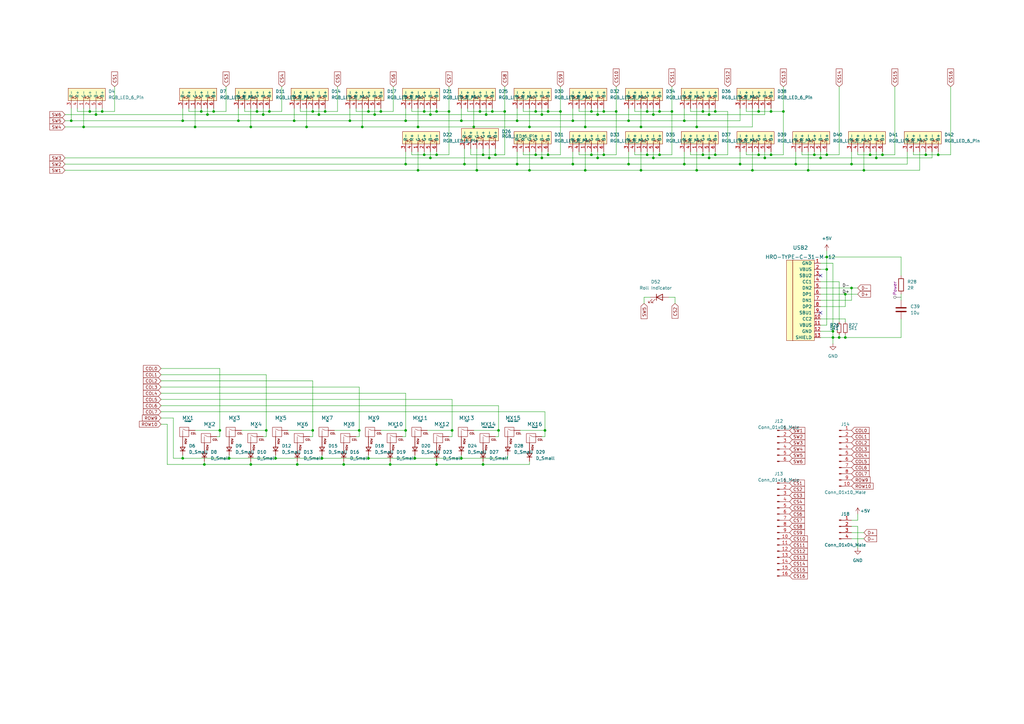
<source format=kicad_sch>
(kicad_sch (version 20230121) (generator eeschema)
  (paper "A3")
  (junction (at 87.63 45.72))
  (junction (at 349.25 67.31))
  (junction (at 121.92 190.5))
  (junction (at 194.31 52.07))
  (junction (at 171.45 52.07))
  (junction (at 171.45 69.85))
  (junction (at 280.67 67.31))
  (junction (at 80.01 52.07))
  (junction (at 288.29 45.72))
  (junction (at 359.41 64.77))
  (junction (at 219.71 45.72))
  (junction (at 93.98 187.96))
  (junction (at 198.12 63.5))
  (junction (at 275.59 45.72))
  (junction (at 143.51 49.53))
  (junction (at 257.81 67.31))
  (junction (at 29.21 49.53))
  (junction (at 105.41 45.72))
  (junction (at 229.87 45.72))
  (junction (at 74.93 49.53))
  (junction (at 109.22 176.53))
  (junction (at 41.91 45.72))
  (junction (at 262.89 69.85))
  (junction (at 313.69 64.77))
  (junction (at 339.09 110.49))
  (junction (at 354.33 69.85))
  (junction (at 285.75 52.07))
  (junction (at 176.53 46.99))
  (junction (at 82.55 45.72))
  (junction (at 39.37 46.99))
  (junction (at 222.25 46.99))
  (junction (at 336.55 64.77))
  (junction (at 240.03 69.85))
  (junction (at 125.73 52.07))
  (junction (at 245.11 46.99))
  (junction (at 189.23 187.96))
  (junction (at 203.2 63.5))
  (junction (at 102.87 190.5))
  (junction (at 83.82 190.5))
  (junction (at 90.17 176.53))
  (junction (at 242.57 63.5))
  (junction (at 110.49 45.72))
  (junction (at 166.37 67.31))
  (junction (at 120.65 49.53))
  (junction (at 128.27 45.72))
  (junction (at 224.79 63.5))
  (junction (at 219.71 63.5))
  (junction (at 176.53 64.77))
  (junction (at 212.09 67.31))
  (junction (at 341.63 138.43))
  (junction (at 196.85 45.72))
  (junction (at 247.65 45.72))
  (junction (at 107.95 46.99))
  (junction (at 201.93 45.72))
  (junction (at 217.17 69.85))
  (junction (at 361.95 63.5))
  (junction (at 293.37 63.5))
  (junction (at 316.23 45.72))
  (junction (at 160.02 190.5))
  (junction (at 179.07 45.72))
  (junction (at 288.29 63.5))
  (junction (at 270.51 63.5))
  (junction (at 102.87 52.07))
  (junction (at 240.03 52.07))
  (junction (at 185.42 176.53))
  (junction (at 153.67 46.99))
  (junction (at 252.73 45.72))
  (junction (at 303.53 67.31))
  (junction (at 311.15 45.72))
  (junction (at 217.17 52.07))
  (junction (at 199.39 46.99))
  (junction (at 267.97 64.77))
  (junction (at 356.87 63.5))
  (junction (at 331.47 69.85))
  (junction (at 311.15 63.5))
  (junction (at 189.23 49.53))
  (junction (at 184.15 45.72))
  (junction (at 156.21 45.72))
  (junction (at 339.09 63.5))
  (junction (at 234.95 49.53))
  (junction (at 140.97 190.5))
  (junction (at 151.13 45.72))
  (junction (at 341.63 135.89))
  (junction (at 267.97 46.99))
  (junction (at 270.51 45.72))
  (junction (at 321.31 45.72))
  (junction (at 200.66 64.77))
  (junction (at 293.37 45.72))
  (junction (at 257.81 49.53))
  (junction (at 316.23 63.5))
  (junction (at 198.12 190.5))
  (junction (at 346.71 138.43))
  (junction (at 247.65 63.5))
  (junction (at 148.59 52.07))
  (junction (at 85.09 46.99))
  (junction (at 222.25 64.77))
  (junction (at 173.99 45.72))
  (junction (at 132.08 187.96))
  (junction (at 113.03 187.96))
  (junction (at 147.32 176.53))
  (junction (at 195.58 69.85))
  (junction (at 97.79 49.53))
  (junction (at 384.81 63.5))
  (junction (at 173.99 63.5))
  (junction (at 166.37 49.53))
  (junction (at 245.11 64.77))
  (junction (at 170.18 187.96))
  (junction (at 285.75 69.85))
  (junction (at 280.67 49.53))
  (junction (at 74.93 187.96))
  (junction (at 290.83 46.99))
  (junction (at 128.27 176.53))
  (junction (at 326.39 67.31))
  (junction (at 223.52 176.53))
  (junction (at 234.95 67.31))
  (junction (at 179.07 190.5))
  (junction (at 190.5 67.31))
  (junction (at 262.89 52.07))
  (junction (at 130.81 46.99))
  (junction (at 265.43 45.72))
  (junction (at 133.35 45.72))
  (junction (at 265.43 63.5))
  (junction (at 242.57 45.72))
  (junction (at 379.73 63.5))
  (junction (at 339.09 105.41))
  (junction (at 349.25 118.11))
  (junction (at 151.13 187.96))
  (junction (at 346.71 120.65))
  (junction (at 34.29 52.07))
  (junction (at 207.01 45.72))
  (junction (at 204.47 176.53))
  (junction (at 36.83 45.72))
  (junction (at 212.09 49.53))
  (junction (at 334.01 63.5))
  (junction (at 179.07 63.5))
  (junction (at 224.79 45.72))
  (junction (at 166.37 176.53))
  (junction (at 308.61 69.85))
  (junction (at 344.17 138.43))
  (junction (at 290.83 64.77))
  (no_connect (at 336.55 113.03))
  (no_connect (at 336.55 128.27))
  (wire (pts (xy 207.01 35.56) (xy 207.01 45.72)))
  (wire (pts (xy 74.93 49.53) (xy 97.79 49.53)))
  (wire (pts (xy 336.55 107.95) (xy 341.63 107.95)))
  (wire (pts (xy 262.89 69.85) (xy 262.89 62.23)))
  (wire (pts (xy 311.15 45.72) (xy 306.07 45.72)))
  (wire (pts (xy 234.95 49.53) (xy 257.81 49.53)))
  (wire (pts (xy 274.32 121.92) (xy 276.86 121.92)))
  (wire (pts (xy 288.29 63.5) (xy 288.29 62.23)))
  (wire (pts (xy 201.93 45.72) (xy 196.85 45.72)))
  (wire (pts (xy 242.57 45.72) (xy 237.49 45.72)))
  (wire (pts (xy 346.71 138.43) (xy 344.17 138.43)))
  (wire (pts (xy 308.61 69.85) (xy 331.47 69.85)))
  (wire (pts (xy 71.12 187.96) (xy 71.12 171.45)))
  (wire (pts (xy 369.57 120.65) (xy 369.57 123.19)))
  (wire (pts (xy 140.97 189.23) (xy 140.97 190.5)))
  (wire (pts (xy 137.16 176.53) (xy 147.32 176.53)))
  (wire (pts (xy 234.95 67.31) (xy 257.81 67.31)))
  (wire (pts (xy 179.07 45.72) (xy 184.15 45.72)))
  (wire (pts (xy 346.71 125.73) (xy 346.71 120.65)))
  (wire (pts (xy 173.99 63.5) (xy 168.91 63.5)))
  (wire (pts (xy 109.22 176.53) (xy 109.22 153.67)))
  (wire (pts (xy 80.01 176.53) (xy 90.17 176.53)))
  (wire (pts (xy 267.97 46.99) (xy 267.97 44.45)))
  (wire (pts (xy 237.49 63.5) (xy 237.49 62.23)))
  (wire (pts (xy 260.35 45.72) (xy 260.35 44.45)))
  (wire (pts (xy 109.22 176.53) (xy 109.22 179.07)))
  (wire (pts (xy 267.97 64.77) (xy 267.97 62.23)))
  (wire (pts (xy 133.35 45.72) (xy 138.43 45.72)))
  (wire (pts (xy 283.21 45.72) (xy 283.21 44.45)))
  (wire (pts (xy 270.51 63.5) (xy 265.43 63.5)))
  (wire (pts (xy 224.79 45.72) (xy 229.87 45.72)))
  (wire (pts (xy 107.95 46.99) (xy 107.95 44.45)))
  (wire (pts (xy 339.09 63.5) (xy 344.17 63.5)))
  (wire (pts (xy 173.99 45.72) (xy 168.91 45.72)))
  (wire (pts (xy 252.73 45.72) (xy 252.73 63.5)))
  (wire (pts (xy 234.95 67.31) (xy 234.95 62.23)))
  (wire (pts (xy 240.03 69.85) (xy 262.89 69.85)))
  (wire (pts (xy 179.07 62.23) (xy 179.07 63.5)))
  (wire (pts (xy 354.33 69.85) (xy 377.19 69.85)))
  (wire (pts (xy 222.25 179.07) (xy 223.52 179.07)))
  (wire (pts (xy 224.79 45.72) (xy 219.71 45.72)))
  (wire (pts (xy 222.25 46.99) (xy 245.11 46.99)))
  (wire (pts (xy 97.79 49.53) (xy 120.65 49.53)))
  (wire (pts (xy 260.35 63.5) (xy 260.35 62.23)))
  (wire (pts (xy 191.77 45.72) (xy 191.77 44.45)))
  (wire (pts (xy 257.81 67.31) (xy 280.67 67.31)))
  (wire (pts (xy 166.37 176.53) (xy 166.37 161.29)))
  (wire (pts (xy 168.91 45.72) (xy 168.91 44.45)))
  (wire (pts (xy 156.21 45.72) (xy 161.29 45.72)))
  (wire (pts (xy 148.59 52.07) (xy 171.45 52.07)))
  (wire (pts (xy 179.07 44.45) (xy 179.07 45.72)))
  (wire (pts (xy 166.37 49.53) (xy 189.23 49.53)))
  (wire (pts (xy 46.99 35.56) (xy 46.99 45.72)))
  (wire (pts (xy 195.58 69.85) (xy 217.17 69.85)))
  (wire (pts (xy 189.23 49.53) (xy 189.23 44.45)))
  (wire (pts (xy 336.55 115.57) (xy 344.17 115.57)))
  (wire (pts (xy 359.41 64.77) (xy 382.27 64.77)))
  (wire (pts (xy 130.81 46.99) (xy 130.81 44.45)))
  (wire (pts (xy 247.65 45.72) (xy 242.57 45.72)))
  (wire (pts (xy 280.67 67.31) (xy 280.67 62.23)))
  (wire (pts (xy 270.51 45.72) (xy 265.43 45.72)))
  (wire (pts (xy 354.33 220.98) (xy 349.25 220.98)))
  (wire (pts (xy 179.07 190.5) (xy 198.12 190.5)))
  (wire (pts (xy 224.79 63.5) (xy 229.87 63.5)))
  (wire (pts (xy 208.28 186.69) (xy 208.28 187.96)))
  (wire (pts (xy 321.31 35.56) (xy 321.31 45.72)))
  (wire (pts (xy 107.95 179.07) (xy 109.22 179.07)))
  (wire (pts (xy 349.25 62.23) (xy 349.25 67.31)))
  (wire (pts (xy 151.13 187.96) (xy 170.18 187.96)))
  (wire (pts (xy 247.65 63.5) (xy 242.57 63.5)))
  (wire (pts (xy 336.55 138.43) (xy 341.63 138.43)))
  (wire (pts (xy 223.52 168.91) (xy 66.04 168.91)))
  (wire (pts (xy 339.09 105.41) (xy 339.09 110.49)))
  (wire (pts (xy 156.21 45.72) (xy 151.13 45.72)))
  (wire (pts (xy 105.41 45.72) (xy 100.33 45.72)))
  (wire (pts (xy 377.19 62.23) (xy 377.19 69.85)))
  (wire (pts (xy 262.89 52.07) (xy 285.75 52.07)))
  (wire (pts (xy 151.13 45.72) (xy 151.13 44.45)))
  (wire (pts (xy 285.75 69.85) (xy 308.61 69.85)))
  (wire (pts (xy 217.17 190.5) (xy 198.12 190.5)))
  (wire (pts (xy 336.55 130.81) (xy 346.71 130.81)))
  (wire (pts (xy 222.25 62.23) (xy 222.25 64.77)))
  (wire (pts (xy 138.43 35.56) (xy 138.43 45.72)))
  (wire (pts (xy 83.82 190.5) (xy 68.58 190.5)))
  (wire (pts (xy 34.29 44.45) (xy 34.29 52.07)))
  (wire (pts (xy 265.43 45.72) (xy 265.43 44.45)))
  (wire (pts (xy 334.01 62.23) (xy 334.01 63.5)))
  (wire (pts (xy 151.13 45.72) (xy 146.05 45.72)))
  (wire (pts (xy 336.55 123.19) (xy 349.25 123.19)))
  (wire (pts (xy 308.61 44.45) (xy 308.61 52.07)))
  (wire (pts (xy 361.95 63.5) (xy 367.03 63.5)))
  (wire (pts (xy 130.81 46.99) (xy 153.67 46.99)))
  (wire (pts (xy 201.93 44.45) (xy 201.93 45.72)))
  (wire (pts (xy 184.15 35.56) (xy 184.15 45.72)))
  (wire (pts (xy 102.87 52.07) (xy 102.87 44.45)))
  (wire (pts (xy 88.9 179.07) (xy 90.17 179.07)))
  (wire (pts (xy 361.95 62.23) (xy 361.95 63.5)))
  (wire (pts (xy 132.08 186.69) (xy 132.08 187.96)))
  (wire (pts (xy 176.53 64.77) (xy 176.53 62.23)))
  (wire (pts (xy 234.95 49.53) (xy 234.95 44.45)))
  (wire (pts (xy 344.17 35.56) (xy 344.17 63.5)))
  (wire (pts (xy 359.41 62.23) (xy 359.41 64.77)))
  (wire (pts (xy 339.09 133.35) (xy 336.55 133.35)))
  (wire (pts (xy 74.93 49.53) (xy 74.93 44.45)))
  (wire (pts (xy 148.59 52.07) (xy 148.59 44.45)))
  (wire (pts (xy 115.57 35.56) (xy 115.57 45.72)))
  (wire (pts (xy 326.39 62.23) (xy 326.39 67.31)))
  (wire (pts (xy 346.71 130.81) (xy 346.71 132.08)))
  (wire (pts (xy 140.97 190.5) (xy 121.92 190.5)))
  (wire (pts (xy 316.23 63.5) (xy 321.31 63.5)))
  (wire (pts (xy 311.15 62.23) (xy 311.15 63.5)))
  (wire (pts (xy 204.47 176.53) (xy 204.47 179.07)))
  (wire (pts (xy 212.09 62.23) (xy 212.09 67.31)))
  (wire (pts (xy 265.43 63.5) (xy 265.43 62.23)))
  (wire (pts (xy 80.01 52.07) (xy 102.87 52.07)))
  (wire (pts (xy 199.39 46.99) (xy 222.25 46.99)))
  (wire (pts (xy 316.23 45.72) (xy 311.15 45.72)))
  (wire (pts (xy 83.82 189.23) (xy 83.82 190.5)))
  (wire (pts (xy 339.09 63.5) (xy 334.01 63.5)))
  (wire (pts (xy 166.37 161.29) (xy 66.04 161.29)))
  (wire (pts (xy 151.13 186.69) (xy 151.13 187.96)))
  (wire (pts (xy 201.93 45.72) (xy 207.01 45.72)))
  (wire (pts (xy 275.59 45.72) (xy 275.59 63.5)))
  (wire (pts (xy 204.47 166.37) (xy 66.04 166.37)))
  (wire (pts (xy 369.57 138.43) (xy 346.71 138.43)))
  (wire (pts (xy 349.25 67.31) (xy 372.11 67.31)))
  (wire (pts (xy 240.03 69.85) (xy 240.03 62.23)))
  (wire (pts (xy 265.43 45.72) (xy 260.35 45.72)))
  (wire (pts (xy 200.66 64.77) (xy 222.25 64.77)))
  (wire (pts (xy 367.03 35.56) (xy 367.03 63.5)))
  (wire (pts (xy 198.12 60.96) (xy 198.12 63.5)))
  (wire (pts (xy 219.71 63.5) (xy 224.79 63.5)))
  (wire (pts (xy 41.91 45.72) (xy 36.83 45.72)))
  (wire (pts (xy 153.67 46.99) (xy 176.53 46.99)))
  (wire (pts (xy 270.51 44.45) (xy 270.51 45.72)))
  (wire (pts (xy 245.11 64.77) (xy 245.11 62.23)))
  (wire (pts (xy 184.15 45.72) (xy 184.15 63.5)))
  (wire (pts (xy 110.49 45.72) (xy 105.41 45.72)))
  (wire (pts (xy 389.89 35.56) (xy 389.89 63.5)))
  (wire (pts (xy 293.37 63.5) (xy 288.29 63.5)))
  (wire (pts (xy 222.25 46.99) (xy 222.25 44.45)))
  (wire (pts (xy 196.85 45.72) (xy 196.85 44.45)))
  (wire (pts (xy 176.53 46.99) (xy 176.53 44.45)))
  (wire (pts (xy 379.73 62.23) (xy 379.73 63.5)))
  (wire (pts (xy 171.45 69.85) (xy 171.45 62.23)))
  (wire (pts (xy 308.61 62.23) (xy 308.61 69.85)))
  (wire (pts (xy 336.55 125.73) (xy 346.71 125.73)))
  (wire (pts (xy 247.65 44.45) (xy 247.65 45.72)))
  (wire (pts (xy 339.09 110.49) (xy 339.09 133.35)))
  (wire (pts (xy 339.09 62.23) (xy 339.09 63.5)))
  (wire (pts (xy 102.87 189.23) (xy 102.87 190.5)))
  (wire (pts (xy 384.81 63.5) (xy 379.73 63.5)))
  (wire (pts (xy 179.07 45.72) (xy 173.99 45.72)))
  (wire (pts (xy 285.75 69.85) (xy 285.75 62.23)))
  (wire (pts (xy 229.87 35.56) (xy 229.87 45.72)))
  (wire (pts (xy 90.17 176.53) (xy 90.17 179.07)))
  (wire (pts (xy 285.75 52.07) (xy 308.61 52.07)))
  (wire (pts (xy 120.65 49.53) (xy 120.65 44.45)))
  (wire (pts (xy 195.58 60.96) (xy 195.58 69.85)))
  (wire (pts (xy 194.31 176.53) (xy 204.47 176.53)))
  (wire (pts (xy 199.39 46.99) (xy 199.39 44.45)))
  (wire (pts (xy 68.58 173.99) (xy 66.04 173.99)))
  (wire (pts (xy 374.65 62.23) (xy 374.65 63.5)))
  (wire (pts (xy 143.51 49.53) (xy 166.37 49.53)))
  (wire (pts (xy 356.87 62.23) (xy 356.87 63.5)))
  (wire (pts (xy 276.86 121.92) (xy 276.86 124.46)))
  (wire (pts (xy 190.5 67.31) (xy 212.09 67.31)))
  (wire (pts (xy 242.57 63.5) (xy 242.57 62.23)))
  (wire (pts (xy 185.42 176.53) (xy 185.42 179.07)))
  (wire (pts (xy 128.27 176.53) (xy 128.27 156.21)))
  (wire (pts (xy 41.91 44.45) (xy 41.91 45.72)))
  (wire (pts (xy 105.41 45.72) (xy 105.41 44.45)))
  (wire (pts (xy 369.57 130.81) (xy 369.57 138.43)))
  (wire (pts (xy 354.33 218.44) (xy 349.25 218.44)))
  (wire (pts (xy 39.37 46.99) (xy 85.09 46.99)))
  (wire (pts (xy 222.25 64.77) (xy 245.11 64.77)))
  (wire (pts (xy 102.87 190.5) (xy 83.82 190.5)))
  (wire (pts (xy 275.59 35.56) (xy 275.59 45.72)))
  (wire (pts (xy 336.55 135.89) (xy 341.63 135.89)))
  (wire (pts (xy 334.01 63.5) (xy 328.93 63.5)))
  (wire (pts (xy 74.93 186.69) (xy 74.93 187.96)))
  (wire (pts (xy 384.81 62.23) (xy 384.81 63.5)))
  (wire (pts (xy 257.81 49.53) (xy 280.67 49.53)))
  (wire (pts (xy 120.65 49.53) (xy 143.51 49.53)))
  (wire (pts (xy 346.71 137.16) (xy 346.71 138.43)))
  (wire (pts (xy 146.05 45.72) (xy 146.05 44.45)))
  (wire (pts (xy 143.51 49.53) (xy 143.51 44.45)))
  (wire (pts (xy 331.47 69.85) (xy 354.33 69.85)))
  (wire (pts (xy 313.69 64.77) (xy 336.55 64.77)))
  (wire (pts (xy 41.91 45.72) (xy 46.99 45.72)))
  (wire (pts (xy 146.05 179.07) (xy 147.32 179.07)))
  (wire (pts (xy 125.73 52.07) (xy 148.59 52.07)))
  (wire (pts (xy 270.51 62.23) (xy 270.51 63.5)))
  (wire (pts (xy 321.31 45.72) (xy 321.31 63.5)))
  (wire (pts (xy 219.71 62.23) (xy 219.71 63.5)))
  (wire (pts (xy 262.89 52.07) (xy 262.89 44.45)))
  (wire (pts (xy 99.06 176.53) (xy 109.22 176.53)))
  (wire (pts (xy 80.01 52.07) (xy 80.01 44.45)))
  (wire (pts (xy 303.53 67.31) (xy 326.39 67.31)))
  (wire (pts (xy 102.87 190.5) (xy 121.92 190.5)))
  (wire (pts (xy 349.25 123.19) (xy 349.25 118.11)))
  (wire (pts (xy 293.37 63.5) (xy 298.45 63.5)))
  (wire (pts (xy 121.92 189.23) (xy 121.92 190.5)))
  (wire (pts (xy 189.23 187.96) (xy 208.28 187.96)))
  (wire (pts (xy 219.71 45.72) (xy 219.71 44.45)))
  (wire (pts (xy 190.5 60.96) (xy 190.5 67.31)))
  (wire (pts (xy 185.42 163.83) (xy 66.04 163.83)))
  (wire (pts (xy 382.27 62.23) (xy 382.27 64.77)))
  (wire (pts (xy 189.23 186.69) (xy 189.23 187.96)))
  (wire (pts (xy 275.59 45.72) (xy 270.51 45.72)))
  (wire (pts (xy 336.55 120.65) (xy 346.71 120.65)))
  (wire (pts (xy 198.12 189.23) (xy 198.12 190.5)))
  (wire (pts (xy 170.18 187.96) (xy 189.23 187.96)))
  (wire (pts (xy 384.81 63.5) (xy 389.89 63.5)))
  (wire (pts (xy 29.21 49.53) (xy 74.93 49.53)))
  (wire (pts (xy 293.37 44.45) (xy 293.37 45.72)))
  (wire (pts (xy 275.59 63.5) (xy 270.51 63.5)))
  (wire (pts (xy 36.83 45.72) (xy 36.83 44.45)))
  (wire (pts (xy 194.31 52.07) (xy 194.31 44.45)))
  (wire (pts (xy 147.32 158.75) (xy 66.04 158.75)))
  (wire (pts (xy 217.17 189.23) (xy 217.17 190.5)))
  (wire (pts (xy 293.37 45.72) (xy 288.29 45.72)))
  (wire (pts (xy 26.67 64.77) (xy 176.53 64.77)))
  (wire (pts (xy 165.1 179.07) (xy 166.37 179.07)))
  (wire (pts (xy 245.11 64.77) (xy 267.97 64.77)))
  (wire (pts (xy 107.95 46.99) (xy 130.81 46.99)))
  (wire (pts (xy 77.47 45.72) (xy 77.47 44.45)))
  (wire (pts (xy 349.25 215.9) (xy 351.79 215.9)))
  (wire (pts (xy 214.63 63.5) (xy 219.71 63.5)))
  (wire (pts (xy 303.53 62.23) (xy 303.53 67.31)))
  (wire (pts (xy 223.52 168.91) (xy 223.52 176.53)))
  (wire (pts (xy 29.21 44.45) (xy 29.21 49.53)))
  (wire (pts (xy 341.63 138.43) (xy 341.63 140.97)))
  (wire (pts (xy 184.15 179.07) (xy 185.42 179.07)))
  (wire (pts (xy 306.07 62.23) (xy 306.07 63.5)))
  (wire (pts (xy 39.37 44.45) (xy 39.37 46.99)))
  (wire (pts (xy 128.27 156.21) (xy 66.04 156.21)))
  (wire (pts (xy 339.09 102.87) (xy 339.09 105.41)))
  (wire (pts (xy 223.52 176.53) (xy 223.52 179.07)))
  (wire (pts (xy 351.79 215.9) (xy 351.79 224.79)))
  (wire (pts (xy 242.57 45.72) (xy 242.57 44.45)))
  (wire (pts (xy 237.49 45.72) (xy 237.49 44.45)))
  (wire (pts (xy 173.99 63.5) (xy 173.99 62.23)))
  (wire (pts (xy 290.83 46.99) (xy 313.69 46.99)))
  (wire (pts (xy 175.26 176.53) (xy 185.42 176.53)))
  (wire (pts (xy 341.63 138.43) (xy 341.63 135.89)))
  (wire (pts (xy 280.67 67.31) (xy 303.53 67.31)))
  (wire (pts (xy 288.29 45.72) (xy 288.29 44.45)))
  (wire (pts (xy 156.21 176.53) (xy 166.37 176.53)))
  (wire (pts (xy 240.03 52.07) (xy 262.89 52.07)))
  (wire (pts (xy 213.36 176.53) (xy 223.52 176.53)))
  (wire (pts (xy 156.21 44.45) (xy 156.21 45.72)))
  (wire (pts (xy 354.33 62.23) (xy 354.33 69.85)))
  (wire (pts (xy 247.65 45.72) (xy 252.73 45.72)))
  (wire (pts (xy 351.79 213.36) (xy 351.79 210.82)))
  (wire (pts (xy 303.53 44.45) (xy 303.53 49.53)))
  (wire (pts (xy 110.49 44.45) (xy 110.49 45.72)))
  (wire (pts (xy 185.42 176.53) (xy 185.42 163.83)))
  (wire (pts (xy 133.35 45.72) (xy 128.27 45.72)))
  (wire (pts (xy 262.89 69.85) (xy 285.75 69.85)))
  (wire (pts (xy 82.55 45.72) (xy 77.47 45.72)))
  (wire (pts (xy 189.23 49.53) (xy 212.09 49.53)))
  (wire (pts (xy 217.17 69.85) (xy 240.03 69.85)))
  (wire (pts (xy 293.37 62.23) (xy 293.37 63.5)))
  (wire (pts (xy 203.2 60.96) (xy 203.2 63.5)))
  (wire (pts (xy 128.27 45.72) (xy 123.19 45.72)))
  (wire (pts (xy 257.81 49.53) (xy 257.81 44.45)))
  (wire (pts (xy 170.18 186.69) (xy 170.18 187.96)))
  (wire (pts (xy 85.09 46.99) (xy 85.09 44.45)))
  (wire (pts (xy 214.63 45.72) (xy 214.63 44.45)))
  (wire (pts (xy 34.29 52.07) (xy 26.67 52.07)))
  (wire (pts (xy 245.11 46.99) (xy 245.11 44.45)))
  (wire (pts (xy 90.17 176.53) (xy 90.17 151.13)))
  (wire (pts (xy 36.83 45.72) (xy 31.75 45.72)))
  (wire (pts (xy 212.09 67.31) (xy 234.95 67.31)))
  (wire (pts (xy 176.53 46.99) (xy 199.39 46.99)))
  (wire (pts (xy 194.31 52.07) (xy 217.17 52.07)))
  (wire (pts (xy 224.79 44.45) (xy 224.79 45.72)))
  (wire (pts (xy 132.08 187.96) (xy 151.13 187.96)))
  (wire (pts (xy 351.79 62.23) (xy 351.79 63.5)))
  (wire (pts (xy 288.29 63.5) (xy 283.21 63.5)))
  (wire (pts (xy 140.97 190.5) (xy 160.02 190.5)))
  (wire (pts (xy 93.98 187.96) (xy 113.03 187.96)))
  (wire (pts (xy 344.17 115.57) (xy 344.17 132.08)))
  (wire (pts (xy 203.2 179.07) (xy 204.47 179.07)))
  (wire (pts (xy 102.87 52.07) (xy 125.73 52.07)))
  (wire (pts (xy 349.25 118.11) (xy 351.79 118.11)))
  (wire (pts (xy 214.63 62.23) (xy 214.63 63.5)))
  (wire (pts (xy 200.66 60.96) (xy 200.66 64.77)))
  (wire (pts (xy 179.07 189.23) (xy 179.07 190.5)))
  (wire (pts (xy 285.75 52.07) (xy 285.75 44.45)))
  (wire (pts (xy 212.09 49.53) (xy 234.95 49.53)))
  (wire (pts (xy 316.23 62.23) (xy 316.23 63.5)))
  (wire (pts (xy 93.98 186.69) (xy 93.98 187.96)))
  (wire (pts (xy 240.03 52.07) (xy 240.03 44.45)))
  (wire (pts (xy 361.95 63.5) (xy 356.87 63.5)))
  (wire (pts (xy 179.07 190.5) (xy 160.02 190.5)))
  (wire (pts (xy 90.17 151.13) (xy 66.04 151.13)))
  (wire (pts (xy 316.23 44.45) (xy 316.23 45.72)))
  (wire (pts (xy 166.37 67.31) (xy 166.37 62.23)))
  (wire (pts (xy 341.63 107.95) (xy 341.63 135.89)))
  (wire (pts (xy 349.25 213.36) (xy 351.79 213.36)))
  (wire (pts (xy 68.58 190.5) (xy 68.58 173.99)))
  (wire (pts (xy 87.63 45.72) (xy 92.71 45.72)))
  (wire (pts (xy 173.99 45.72) (xy 173.99 44.45)))
  (wire (pts (xy 311.15 63.5) (xy 306.07 63.5)))
  (wire (pts (xy 280.67 49.53) (xy 303.53 49.53)))
  (wire (pts (xy 290.83 46.99) (xy 290.83 44.45)))
  (wire (pts (xy 100.33 45.72) (xy 100.33 44.45)))
  (wire (pts (xy 123.19 45.72) (xy 123.19 44.45)))
  (wire (pts (xy 245.11 46.99) (xy 267.97 46.99)))
  (wire (pts (xy 336.55 64.77) (xy 359.41 64.77)))
  (wire (pts (xy 193.04 63.5) (xy 193.04 60.96)))
  (wire (pts (xy 313.69 62.23) (xy 313.69 64.77)))
  (wire (pts (xy 217.17 52.07) (xy 240.03 52.07)))
  (wire (pts (xy 198.12 63.5) (xy 193.04 63.5)))
  (wire (pts (xy 85.09 46.99) (xy 107.95 46.99)))
  (wire (pts (xy 264.16 121.92) (xy 264.16 124.46)))
  (wire (pts (xy 71.12 171.45) (xy 66.04 171.45)))
  (wire (pts (xy 153.67 46.99) (xy 153.67 44.45)))
  (wire (pts (xy 166.37 67.31) (xy 190.5 67.31)))
  (wire (pts (xy 328.93 62.23) (xy 328.93 63.5)))
  (wire (pts (xy 293.37 45.72) (xy 298.45 45.72)))
  (wire (pts (xy 336.55 118.11) (xy 349.25 118.11)))
  (wire (pts (xy 171.45 69.85) (xy 195.58 69.85)))
  (wire (pts (xy 207.01 63.5) (xy 203.2 63.5)))
  (wire (pts (xy 196.85 45.72) (xy 191.77 45.72)))
  (wire (pts (xy 113.03 186.69) (xy 113.03 187.96)))
  (wire (pts (xy 316.23 45.72) (xy 321.31 45.72)))
  (wire (pts (xy 219.71 45.72) (xy 214.63 45.72)))
  (wire (pts (xy 306.07 44.45) (xy 306.07 45.72)))
  (wire (pts (xy 346.71 120.65) (xy 351.79 120.65)))
  (wire (pts (xy 242.57 63.5) (xy 237.49 63.5)))
  (wire (pts (xy 39.37 46.99) (xy 26.67 46.99)))
  (wire (pts (xy 290.83 64.77) (xy 313.69 64.77)))
  (wire (pts (xy 133.35 44.45) (xy 133.35 45.72)))
  (wire (pts (xy 280.67 49.53) (xy 280.67 44.45)))
  (wire (pts (xy 344.17 137.16) (xy 344.17 138.43)))
  (wire (pts (xy 87.63 44.45) (xy 87.63 45.72)))
  (wire (pts (xy 204.47 176.53) (xy 204.47 166.37)))
  (wire (pts (xy 247.65 63.5) (xy 252.73 63.5)))
  (wire (pts (xy 92.71 35.56) (xy 92.71 45.72)))
  (wire (pts (xy 147.32 176.53) (xy 147.32 158.75)))
  (wire (pts (xy 125.73 52.07) (xy 125.73 44.45)))
  (wire (pts (xy 118.11 176.53) (xy 128.27 176.53)))
  (wire (pts (xy 224.79 62.23) (xy 224.79 63.5)))
  (wire (pts (xy 313.69 44.45) (xy 313.69 46.99)))
  (wire (pts (xy 267.97 46.99) (xy 290.83 46.99)))
  (wire (pts (xy 26.67 67.31) (xy 166.37 67.31)))
  (wire (pts (xy 316.23 63.5) (xy 311.15 63.5)))
  (wire (pts (xy 290.83 64.77) (xy 290.83 62.23)))
  (wire (pts (xy 113.03 187.96) (xy 132.08 187.96)))
  (wire (pts (xy 266.7 121.92) (xy 264.16 121.92)))
  (wire (pts (xy 336.55 62.23) (xy 336.55 64.77)))
  (wire (pts (xy 288.29 45.72) (xy 283.21 45.72)))
  (wire (pts (xy 176.53 64.77) (xy 200.66 64.77)))
  (wire (pts (xy 331.47 62.23) (xy 331.47 69.85)))
  (wire (pts (xy 171.45 52.07) (xy 171.45 44.45)))
  (wire (pts (xy 31.75 45.72) (xy 31.75 44.45)))
  (wire (pts (xy 74.93 187.96) (xy 93.98 187.96)))
  (wire (pts (xy 247.65 62.23) (xy 247.65 63.5)))
  (wire (pts (xy 97.79 49.53) (xy 97.79 44.45)))
  (wire (pts (xy 369.57 105.41) (xy 369.57 113.03)))
  (wire (pts (xy 207.01 45.72) (xy 207.01 63.5)))
  (wire (pts (xy 203.2 63.5) (xy 198.12 63.5)))
  (wire (pts (xy 179.07 63.5) (xy 184.15 63.5)))
  (wire (pts (xy 128.27 45.72) (xy 128.27 44.45)))
  (wire (pts (xy 82.55 45.72) (xy 82.55 44.45)))
  (wire (pts (xy 283.21 63.5) (xy 283.21 62.23)))
  (wire (pts (xy 147.32 176.53) (xy 147.32 179.07)))
  (wire (pts (xy 109.22 153.67) (xy 66.04 153.67)))
  (wire (pts (xy 372.11 62.23) (xy 372.11 67.31)))
  (wire (pts (xy 252.73 35.56) (xy 252.73 45.72)))
  (wire (pts (xy 217.17 62.23) (xy 217.17 69.85)))
  (wire (pts (xy 26.67 69.85) (xy 171.45 69.85)))
  (wire (pts (xy 166.37 49.53) (xy 166.37 44.45)))
  (wire (pts (xy 257.81 67.31) (xy 257.81 62.23)))
  (wire (pts (xy 74.93 187.96) (xy 71.12 187.96)))
  (wire (pts (xy 212.09 49.53) (xy 212.09 44.45)))
  (wire (pts (xy 179.07 63.5) (xy 173.99 63.5)))
  (wire (pts (xy 379.73 63.5) (xy 374.65 63.5)))
  (wire (pts (xy 34.29 52.07) (xy 80.01 52.07)))
  (wire (pts (xy 87.63 45.72) (xy 82.55 45.72)))
  (wire (pts (xy 311.15 44.45) (xy 311.15 45.72)))
  (wire (pts (xy 127 179.07) (xy 128.27 179.07)))
  (wire (pts (xy 267.97 64.77) (xy 290.83 64.77)))
  (wire (pts (xy 339.09 105.41) (xy 369.57 105.41)))
  (wire (pts (xy 166.37 176.53) (xy 166.37 179.07)))
  (wire (pts (xy 160.02 189.23) (xy 160.02 190.5)))
  (wire (pts (xy 171.45 52.07) (xy 194.31 52.07)))
  (wire (pts (xy 229.87 45.72) (xy 229.87 63.5)))
  (wire (pts (xy 217.17 52.07) (xy 217.17 44.45)))
  (wire (pts (xy 326.39 67.31) (xy 349.25 67.31)))
  (wire (pts (xy 298.45 45.72) (xy 298.45 63.5)))
  (wire (pts (xy 161.29 35.56) (xy 161.29 45.72)))
  (wire (pts (xy 344.17 138.43) (xy 341.63 138.43)))
  (wire (pts (xy 265.43 63.5) (xy 260.35 63.5)))
  (wire (pts (xy 336.55 110.49) (xy 339.09 110.49)))
  (wire (pts (xy 356.87 63.5) (xy 351.79 63.5)))
  (wire (pts (xy 29.21 49.53) (xy 26.67 49.53)))
  (wire (pts (xy 168.91 63.5) (xy 168.91 62.23)))
  (wire (pts (xy 110.49 45.72) (xy 115.57 45.72)))
  (wire (pts (xy 128.27 176.53) (xy 128.27 179.07)))
  (label "D+" (at 345.44 120.65 0))
  (label "D-" (at 345.44 118.11 0))
  (global_label "ROW10" (shape input) (at 349.25 199.39 0) (property "Intersheetrefs" "${INTERSHEET_REFS}" (effects hide)))
  (global_label "CS9" (shape input) (at 229.87 35.56 90) (property "Intersheetrefs" "${INTERSHEET_REFS}" (effects hide)))
  (global_label "COL2" (shape input) (at 349.25 181.61 0) (property "Intersheetrefs" "${INTERSHEET_REFS}" (effects hide)))
  (global_label "CS16" (shape input) (at 323.85 236.22 0) (property "Intersheetrefs" "${INTERSHEET_REFS}" (effects hide)))
  (global_label "D-" (shape input) (at 354.33 220.98 0) (property "Intersheetrefs" "${INTERSHEET_REFS}" (effects hide)))
  (global_label "CS13" (shape input) (at 321.31 35.56 90) (property "Intersheetrefs" "${INTERSHEET_REFS}" (effects hide)))
  (global_label "CS1" (shape input) (at 323.85 198.12 0) (property "Intersheetrefs" "${INTERSHEET_REFS}" (effects hide)))
  (global_label "CS3" (shape input) (at 92.71 35.56 90) (property "Intersheetrefs" "${INTERSHEET_REFS}" (effects hide)))
  (global_label "COL6" (shape input) (at 349.25 191.77 0) (property "Intersheetrefs" "${INTERSHEET_REFS}" (effects hide)))
  (global_label "COL6" (shape input) (at 66.04 166.37 180) (property "Intersheetrefs" "${INTERSHEET_REFS}" (effects hide)))
  (global_label "CS8" (shape input) (at 323.85 215.9 0) (property "Intersheetrefs" "${INTERSHEET_REFS}" (effects hide)))
  (global_label "CS14" (shape input) (at 344.17 35.56 90) (property "Intersheetrefs" "${INTERSHEET_REFS}" (effects hide)))
  (global_label "SW6" (shape input) (at 323.85 189.23 0) (property "Intersheetrefs" "${INTERSHEET_REFS}" (effects hide)))
  (global_label "SW5" (shape input) (at 26.67 49.53 180) (property "Intersheetrefs" "${INTERSHEET_REFS}" (effects hide)))
  (global_label "COL4" (shape input) (at 349.25 186.69 0) (property "Intersheetrefs" "${INTERSHEET_REFS}" (effects hide)))
  (global_label "CS10" (shape input) (at 252.73 35.56 90) (property "Intersheetrefs" "${INTERSHEET_REFS}" (effects hide)))
  (global_label "CS6" (shape input) (at 323.85 210.82 0) (property "Intersheetrefs" "${INTERSHEET_REFS}" (effects hide)))
  (global_label "SW1" (shape input) (at 323.85 176.53 0) (property "Intersheetrefs" "${INTERSHEET_REFS}" (effects hide)))
  (global_label "SW1" (shape input) (at 26.67 69.85 180) (property "Intersheetrefs" "${INTERSHEET_REFS}" (effects hide)))
  (global_label "CS6" (shape input) (at 161.29 35.56 90) (property "Intersheetrefs" "${INTERSHEET_REFS}" (effects hide)))
  (global_label "COL2" (shape input) (at 66.04 156.21 180) (property "Intersheetrefs" "${INTERSHEET_REFS}" (effects hide)))
  (global_label "SW5" (shape input) (at 323.85 186.69 0) (property "Intersheetrefs" "${INTERSHEET_REFS}" (effects hide)))
  (global_label "SW2" (shape input) (at 323.85 179.07 0) (property "Intersheetrefs" "${INTERSHEET_REFS}" (effects hide)))
  (global_label "COL1" (shape input) (at 349.25 179.07 0) (property "Intersheetrefs" "${INTERSHEET_REFS}" (effects hide)))
  (global_label "ROW10" (shape input) (at 66.04 173.99 180) (property "Intersheetrefs" "${INTERSHEET_REFS}" (effects hide)))
  (global_label "COL1" (shape input) (at 66.04 153.67 180) (property "Intersheetrefs" "${INTERSHEET_REFS}" (effects hide)))
  (global_label "SW4" (shape input) (at 323.85 184.15 0) (property "Intersheetrefs" "${INTERSHEET_REFS}" (effects hide)))
  (global_label "CS13" (shape input) (at 323.85 228.6 0) (property "Intersheetrefs" "${INTERSHEET_REFS}" (effects hide)))
  (global_label "SW3" (shape input) (at 323.85 181.61 0) (property "Intersheetrefs" "${INTERSHEET_REFS}" (effects hide)))
  (global_label "COL3" (shape input) (at 66.04 158.75 180) (property "Intersheetrefs" "${INTERSHEET_REFS}" (effects hide)))
  (global_label "CS1" (shape input) (at 46.99 35.56 90) (property "Intersheetrefs" "${INTERSHEET_REFS}" (effects hide)))
  (global_label "CS11" (shape input) (at 275.59 35.56 90) (property "Intersheetrefs" "${INTERSHEET_REFS}" (effects hide)))
  (global_label "SW3" (shape input) (at 26.67 64.77 180) (property "Intersheetrefs" "${INTERSHEET_REFS}" (effects hide)))
  (global_label "SW2" (shape input) (at 26.67 67.31 180) (property "Intersheetrefs" "${INTERSHEET_REFS}" (effects hide)))
  (global_label "CS5" (shape input) (at 138.43 35.56 90) (property "Intersheetrefs" "${INTERSHEET_REFS}" (effects hide)))
  (global_label "D+" (shape input) (at 351.79 120.65 0) (property "Intersheetrefs" "${INTERSHEET_REFS}" (effects hide)))
  (global_label "SW6" (shape input) (at 26.67 46.99 180) (property "Intersheetrefs" "${INTERSHEET_REFS}" (effects hide)))
  (global_label "COL5" (shape input) (at 66.04 163.83 180) (property "Intersheetrefs" "${INTERSHEET_REFS}" (effects hide)))
  (global_label "CS8" (shape input) (at 207.01 35.56 90) (property "Intersheetrefs" "${INTERSHEET_REFS}" (effects hide)))
  (global_label "COL4" (shape input) (at 66.04 161.29 180) (property "Intersheetrefs" "${INTERSHEET_REFS}" (effects hide)))
  (global_label "COL3" (shape input) (at 349.25 184.15 0) (property "Intersheetrefs" "${INTERSHEET_REFS}" (effects hide)))
  (global_label "CS3" (shape input) (at 323.85 203.2 0) (property "Intersheetrefs" "${INTERSHEET_REFS}" (effects hide)))
  (global_label "ROW9" (shape input) (at 349.25 196.85 0) (property "Intersheetrefs" "${INTERSHEET_REFS}" (effects hide)))
  (global_label "CS2" (shape input) (at 276.86 124.46 270) (property "Intersheetrefs" "${INTERSHEET_REFS}" (effects hide)))
  (global_label "SW5" (shape input) (at 264.16 124.46 270) (property "Intersheetrefs" "${INTERSHEET_REFS}" (effects hide)))
  (global_label "CS7" (shape input) (at 323.85 213.36 0) (property "Intersheetrefs" "${INTERSHEET_REFS}" (effects hide)))
  (global_label "CS16" (shape input) (at 389.89 35.56 90) (property "Intersheetrefs" "${INTERSHEET_REFS}" (effects hide)))
  (global_label "COL7" (shape input) (at 349.25 194.31 0) (property "Intersheetrefs" "${INTERSHEET_REFS}" (effects hide)))
  (global_label "CS15" (shape input) (at 367.03 35.56 90) (property "Intersheetrefs" "${INTERSHEET_REFS}" (effects hide)))
  (global_label "CS12" (shape input) (at 323.85 226.06 0) (property "Intersheetrefs" "${INTERSHEET_REFS}" (effects hide)))
  (global_label "CS4" (shape input) (at 323.85 205.74 0) (property "Intersheetrefs" "${INTERSHEET_REFS}" (effects hide)))
  (global_label "ROW9" (shape input) (at 66.04 171.45 180) (property "Intersheetrefs" "${INTERSHEET_REFS}" (effects hide)))
  (global_label "D-" (shape input) (at 351.79 118.11 0) (property "Intersheetrefs" "${INTERSHEET_REFS}" (effects hide)))
  (global_label "CS7" (shape input) (at 184.15 35.56 90) (property "Intersheetrefs" "${INTERSHEET_REFS}" (effects hide)))
  (global_label "CS15" (shape input) (at 323.85 233.68 0) (property "Intersheetrefs" "${INTERSHEET_REFS}" (effects hide)))
  (global_label "CS11" (shape input) (at 323.85 223.52 0) (property "Intersheetrefs" "${INTERSHEET_REFS}" (effects hide)))
  (global_label "CS4" (shape input) (at 115.57 35.56 90) (property "Intersheetrefs" "${INTERSHEET_REFS}" (effects hide)))
  (global_label "CS9" (shape input) (at 323.85 218.44 0) (property "Intersheetrefs" "${INTERSHEET_REFS}" (effects hide)))
  (global_label "CS14" (shape input) (at 323.85 231.14 0) (property "Intersheetrefs" "${INTERSHEET_REFS}" (effects hide)))
  (global_label "COL5" (shape input) (at 349.25 189.23 0) (property "Intersheetrefs" "${INTERSHEET_REFS}" (effects hide)))
  (global_label "SW4" (shape input) (at 26.67 52.07 180) (property "Intersheetrefs" "${INTERSHEET_REFS}" (effects hide)))
  (global_label "CS10" (shape input) (at 323.85 220.98 0) (property "Intersheetrefs" "${INTERSHEET_REFS}" (effects hide)))
  (global_label "COL0" (shape input) (at 66.04 151.13 180) (property "Intersheetrefs" "${INTERSHEET_REFS}" (effects hide)))
  (global_label "COL7" (shape input) (at 66.04 168.91 180) (property "Intersheetrefs" "${INTERSHEET_REFS}" (effects hide)))
  (global_label "CS12" (shape input) (at 298.45 35.56 90) (property "Intersheetrefs" "${INTERSHEET_REFS}" (effects hide)))
  (global_label "CS2" (shape input) (at 323.85 200.66 0) (property "Intersheetrefs" "${INTERSHEET_REFS}" (effects hide)))
  (global_label "D+" (shape input) (at 354.33 218.44 0) (property "Intersheetrefs" "${INTERSHEET_REFS}" (effects hide)))
  (global_label "CS5" (shape input) (at 323.85 208.28 0) (property "Intersheetrefs" "${INTERSHEET_REFS}" (effects hide)))
  (global_label "COL0" (shape input) (at 349.25 176.53 0) (property "Intersheetrefs" "${INTERSHEET_REFS}" (effects hide)))
  (netclass_flag "" (length 2.54) (shape round) (at 369.57 121.92 90) (property "Netclass" "Power" (at 367.03 121.2215 90) (effects (font italic) (justify left))))
  (symbol (lib_id "Connector:Conn_01x04_Male") (at 344.17 215.9 0) (unit 1)
    (property "Reference" "J18" (at 346.71 210.82 0))
    (property "Value" "Conn_01x04_Male" (at 346.71 223.52 0))
    (property "Footprint" "Connector_PinHeader_1.27mm:PinHeader_1x04_P1.27mm_Vertical" (effects hide))
  )
  (symbol (lib_name "RGB_LED_6_Pin_45") (lib_id "Frooastboard Symbols:RGB_LED_6_Pin") (at 172.72 54.61 0) (unit 1)
    (property "Reference" "D22" (at 181.61 55.2449 0) (effects (justify left)))
    (property "Value" "RGB_LED_6_Pin" (at 181.61 57.7849 0) (effects (justify left)))
    (property "Footprint" "Frooastboard Footprints:Everlight 99-235" (effects hide))
  )
  (symbol (lib_id "Device:D_Small") (at 83.82 186.69 90) (unit 1)
    (property "Reference" "D8" (at 86.36 185.4199 90) (effects (justify right)))
    (property "Value" "D_Small" (at 86.36 187.9599 90) (effects (justify right)))
    (property "Footprint" "Diode_SMD:D_0805_2012Metric" (effects hide))
  )
  (symbol (lib_name "RGB_LED_6_Pin_62") (lib_id "Frooastboard Symbols:RGB_LED_6_Pin") (at 35.56 36.83 0) (unit 1)
    (property "Reference" "D4" (at 44.45 37.4649 0) (effects (justify left)))
    (property "Value" "RGB_LED_6_Pin" (at 44.45 40.0049 0) (effects (justify left)))
    (property "Footprint" "Frooastboard Footprints:Everlight 99-235" (effects hide))
  )
  (symbol (lib_name "RGB_LED_6_Pin_48") (lib_id "Frooastboard Symbols:RGB_LED_6_Pin") (at 218.44 36.83 0) (unit 1)
    (property "Reference" "D30" (at 227.33 37.4649 0) (effects (justify left)))
    (property "Value" "RGB_LED_6_Pin" (at 227.33 40.0049 0) (effects (justify left)))
    (property "Footprint" "Frooastboard Footprints:Everlight 99-235" (effects hide))
  )
  (symbol (lib_id "Device:LED") (at 270.51 121.92 0) (unit 1)
    (property "Reference" "D52" (at 268.9225 115.57 0))
    (property "Value" "Roll Indicator" (at 268.9225 118.11 0))
    (property "Footprint" "LED_SMD:LED_0805_2012Metric" (effects hide))
  )
  (symbol (lib_id "power:+5V") (at 351.79 210.82 0) (mirror y) (unit 1)
    (property "Reference" "#PWR0165" (effects hide))
    (property "Value" "+5V" (at 356.87 209.55 0) (effects (justify left)))
  )
  (symbol (lib_id "Device:D_Small") (at 217.17 186.69 90) (unit 1)
    (property "Reference" "D29" (at 219.71 185.4199 90) (effects (justify right)))
    (property "Value" "D_Small" (at 219.71 187.9599 90) (effects (justify right)))
    (property "Footprint" "Diode_SMD:D_0805_2012Metric" (effects hide))
  )
  (symbol (lib_id "MX_Alps_Hybrid:MX-NoLED") (at 95.25 177.8 0) (unit 1)
    (property "Reference" "MX3" (at 96.1356 171.45 0) (effects (font (size 1.524 1.524))))
    (property "Value" "F2" (at 96.1356 172.72 0) (effects (font (size 0.508 0.508))))
    (property "Footprint" "MX_Only:MXOnly-1U-NoLED" (effects hide))
  )
  (symbol (lib_id "power:GND") (at 351.79 224.79 0) (mirror y) (unit 1)
    (property "Reference" "#PWR0164" (effects hide))
    (property "Value" "GND" (at 351.79 229.87 0))
  )
  (symbol (lib_name "RGB_LED_6_Pin_28") (lib_id "Frooastboard Symbols:RGB_LED_6_Pin") (at 355.6 54.61 0) (unit 1)
    (property "Reference" "D41" (at 364.49 55.2449 0) (effects (justify left)))
    (property "Value" "RGB_LED_6_Pin" (at 364.49 57.7849 0) (effects (justify left)))
    (property "Footprint" "Frooastboard Footprints:Everlight 99-235" (effects hide))
  )
  (symbol (lib_id "Device:D_Small") (at 170.18 184.15 90) (unit 1)
    (property "Reference" "D20" (at 172.72 182.8799 90) (effects (justify right)))
    (property "Value" "D_Small" (at 172.72 185.4199 90) (effects (justify right)))
    (property "Footprint" "Diode_SMD:D_0805_2012Metric" (effects hide))
  )
  (symbol (lib_id "Device:D_Small") (at 102.87 186.69 90) (unit 1)
    (property "Reference" "D10" (at 105.41 185.4199 90) (effects (justify right)))
    (property "Value" "D_Small" (at 105.41 187.9599 90) (effects (justify right)))
    (property "Footprint" "Diode_SMD:D_0805_2012Metric" (effects hide))
  )
  (symbol (lib_id "MX_Alps_Hybrid:MX-NoLED") (at 161.29 180.34 0) (unit 1)
    (property "Reference" "MX10" (at 162.1756 173.99 0) (effects (font (size 1.524 1.524))))
    (property "Value" "F9" (at 162.1756 175.26 0) (effects (font (size 0.508 0.508))))
    (property "Footprint" "MX_Only:MXOnly-1U-NoLED" (effects hide))
  )
  (symbol (lib_name "RGB_LED_6_Pin_56") (lib_id "Frooastboard Symbols:RGB_LED_6_Pin") (at 127 36.83 0) (unit 1)
    (property "Reference" "D14" (at 135.89 37.4649 0) (effects (justify left)))
    (property "Value" "RGB_LED_6_Pin" (at 135.89 40.0049 0) (effects (justify left)))
    (property "Footprint" "Frooastboard Footprints:Everlight 99-235" (effects hide))
  )
  (symbol (lib_id "Device:D_Small") (at 121.92 186.69 90) (unit 1)
    (property "Reference" "D13" (at 124.46 185.4199 90) (effects (justify right)))
    (property "Value" "D_Small" (at 124.46 187.9599 90) (effects (justify right)))
    (property "Footprint" "Diode_SMD:D_0805_2012Metric" (effects hide))
  )
  (symbol (lib_id "Device:D_Small") (at 140.97 186.69 90) (unit 1)
    (property "Reference" "D16" (at 143.51 185.4199 90) (effects (justify right)))
    (property "Value" "D_Small" (at 143.51 187.9599 90) (effects (justify right)))
    (property "Footprint" "Diode_SMD:D_0805_2012Metric" (effects hide))
  )
  (symbol (lib_name "RGB_LED_6_Pin_10") (lib_id "Frooastboard Symbols:RGB_LED_6_Pin") (at 287.02 54.61 0) (unit 1)
    (property "Reference" "D37" (at 295.91 55.2449 0) (effects (justify left)))
    (property "Value" "RGB_LED_6_Pin" (at 295.91 57.785 0) (effects (justify left)))
    (property "Footprint" "Frooastboard Footprints:Everlight 99-235" (effects hide))
  )
  (symbol (lib_id "Connector:Conn_01x16_Male") (at 318.77 215.9 0) (unit 1)
    (property "Reference" "J13" (at 319.405 194.31 0))
    (property "Value" "Conn_01x16_Male" (at 319.405 196.85 0))
    (property "Footprint" "Connector_PinHeader_1.27mm:PinHeader_1x16_P1.27mm_Vertical" (effects hide))
  )
  (symbol (lib_id "MX_Alps_Hybrid:MX-NoLED") (at 104.14 180.34 0) (unit 1)
    (property "Reference" "MX4" (at 105.0256 173.99 0) (effects (font (size 1.524 1.524))))
    (property "Value" "F3" (at 105.0256 175.26 0) (effects (font (size 0.508 0.508))))
    (property "Footprint" "MX_Only:MXOnly-1U-NoLED" (effects hide))
  )
  (symbol (lib_id "Device:D_Small") (at 208.28 184.15 90) (unit 1)
    (property "Reference" "D28" (at 210.82 182.8799 90) (effects (justify right)))
    (property "Value" "D_Small" (at 210.82 185.4199 90) (effects (justify right)))
    (property "Footprint" "Diode_SMD:D_0805_2012Metric" (effects hide))
  )
  (symbol (lib_name "RGB_LED_6_Pin_11") (lib_id "Frooastboard Symbols:RGB_LED_6_Pin") (at 264.16 36.83 0) (unit 1)
    (property "Reference" "D34" (at 273.05 37.4649 0) (effects (justify left)))
    (property "Value" "RGB_LED_6_Pin" (at 273.05 40.0049 0) (effects (justify left)))
    (property "Footprint" "Frooastboard Footprints:Everlight 99-235" (effects hide))
  )
  (symbol (lib_id "Device:D_Small") (at 179.07 186.69 90) (unit 1)
    (property "Reference" "D23" (at 181.61 185.4199 90) (effects (justify right)))
    (property "Value" "D_Small" (at 181.61 187.9599 90) (effects (justify right)))
    (property "Footprint" "Diode_SMD:D_0805_2012Metric" (effects hide))
  )
  (symbol (lib_id "Type-C:HRO-TYPE-C-31-M-12") (at 334.01 121.92 0) (unit 1)
    (property "Reference" "USB2" (at 328.295 101.6 0) (effects (font (size 1.524 1.524))))
    (property "Value" "HRO-TYPE-C-31-M-12" (at 328.295 105.41 0) (effects (font (size 1.524 1.524))))
    (property "Footprint" "Type_C:HRO-TYPE-C-31-M-12" (effects hide))
  )
  (symbol (lib_name "RGB_LED_6_Pin_47") (lib_id "Frooastboard Symbols:RGB_LED_6_Pin") (at 172.72 36.83 0) (unit 1)
    (property "Reference" "D21" (at 181.61 37.4649 0) (effects (justify left)))
    (property "Value" "RGB_LED_6_Pin" (at 181.61 40.0049 0) (effects (justify left)))
    (property "Footprint" "Frooastboard Footprints:Everlight 99-235" (effects hide))
  )
  (symbol (lib_name "RGB_LED_6_Pin_72") (lib_id "Frooastboard Symbols:RGB_LED_6_Pin") (at 104.14 36.83 0) (unit 1)
    (property "Reference" "D11" (at 113.03 37.4649 0) (effects (justify left)))
    (property "Value" "RGB_LED_6_Pin" (at 113.03 40.0049 0) (effects (justify left)))
    (property "Footprint" "Frooastboard Footprints:Everlight 99-235" (effects hide))
  )
  (symbol (lib_id "MX_Alps_Hybrid:MX-NoLED") (at 114.3 177.8 0) (unit 1)
    (property "Reference" "MX5" (at 115.1856 171.45 0) (effects (font (size 1.524 1.524))))
    (property "Value" "F4" (at 115.1856 172.72 0) (effects (font (size 0.508 0.508))))
    (property "Footprint" "MX_Only:MXOnly-1U-NoLED" (effects hide))
  )
  (symbol (lib_id "MX_Alps_Hybrid:MX-NoLED") (at 218.44 180.34 0) (unit 1)
    (property "Reference" "MX16" (at 219.3256 173.99 0) (effects (font (size 1.524 1.524))))
    (property "Value" "Pause" (at 219.3256 175.26 0) (effects (font (size 0.508 0.508))))
    (property "Footprint" "MX_Only:MXOnly-1U-NoLED" (effects hide))
  )
  (symbol (lib_id "Connector:Conn_01x06_Male") (at 318.77 181.61 0) (unit 1)
    (property "Reference" "J12" (at 319.405 172.72 0))
    (property "Value" "Conn_01x06_Male" (at 319.405 175.26 0))
    (property "Footprint" "Connector_PinHeader_1.27mm:PinHeader_1x06_P1.27mm_Vertical" (effects hide))
  )
  (symbol (lib_id "Device:D_Small") (at 189.23 184.15 90) (unit 1)
    (property "Reference" "D24" (at 191.77 182.8799 90) (effects (justify right)))
    (property "Value" "D_Small" (at 191.77 185.4199 90) (effects (justify right)))
    (property "Footprint" "Diode_SMD:D_0805_2012Metric" (effects hide))
  )
  (symbol (lib_id "power:GND") (at 341.63 140.97 0) (unit 1)
    (property "Reference" "#PWR0163" (effects hide))
    (property "Value" "GND" (at 341.63 146.05 0))
  )
  (symbol (lib_id "MX_Alps_Hybrid:MX-NoLED") (at 199.39 180.34 0) (unit 1)
    (property "Reference" "MX14" (at 200.2756 173.99 0) (effects (font (size 1.524 1.524))))
    (property "Value" "Print Screen" (at 200.2756 175.26 0) (effects (font (size 0.508 0.508))))
    (property "Footprint" "MX_Only:MXOnly-1U-NoLED" (effects hide))
  )
  (symbol (lib_id "MX_Alps_Hybrid:MX-NoLED") (at 133.35 177.8 0) (unit 1)
    (property "Reference" "MX7" (at 134.2356 171.45 0) (effects (font (size 1.524 1.524))))
    (property "Value" "F6" (at 134.2356 172.72 0) (effects (font (size 0.508 0.508))))
    (property "Footprint" "MX_Only:MXOnly-1U-NoLED" (effects hide))
  )
  (symbol (lib_id "Device:D_Small") (at 74.93 184.15 90) (unit 1)
    (property "Reference" "D6" (at 77.47 182.8799 90) (effects (justify right)))
    (property "Value" "D_Small" (at 77.47 185.4199 90) (effects (justify right)))
    (property "Footprint" "Diode_SMD:D_0805_2012Metric" (effects hide))
  )
  (symbol (lib_name "RGB_LED_6_Pin_53") (lib_id "Frooastboard Symbols:RGB_LED_6_Pin") (at 149.86 36.83 0) (unit 1)
    (property "Reference" "D17" (at 158.75 37.4649 0) (effects (justify left)))
    (property "Value" "RGB_LED_6_Pin" (at 158.75 40.0049 0) (effects (justify left)))
    (property "Footprint" "Frooastboard Footprints:Everlight 99-235" (effects hide))
  )
  (symbol (lib_id "MX_Alps_Hybrid:MX-NoLED") (at 123.19 180.34 0) (unit 1)
    (property "Reference" "MX6" (at 124.0756 173.99 0) (effects (font (size 1.524 1.524))))
    (property "Value" "F5" (at 124.0756 175.26 0) (effects (font (size 0.508 0.508))))
    (property "Footprint" "MX_Only:MXOnly-1U-NoLED" (effects hide))
  )
  (symbol (lib_id "MX_Alps_Hybrid:MX-NoLED") (at 85.09 180.34 0) (unit 1)
    (property "Reference" "MX2" (at 85.9756 173.99 0) (effects (font (size 1.524 1.524))))
    (property "Value" "F1" (at 85.9756 175.26 0) (effects (font (size 0.508 0.508))))
    (property "Footprint" "MX_Only:MXOnly-1U-NoLED" (effects hide))
  )
  (symbol (lib_name "RGB_LED_6_Pin_22") (lib_id "Frooastboard Symbols:RGB_LED_6_Pin") (at 332.74 54.61 0) (unit 1)
    (property "Reference" "D40" (at 341.63 55.2449 0) (effects (justify left)))
    (property "Value" "RGB_LED_6_Pin" (at 341.63 57.7849 0) (effects (justify left)))
    (property "Footprint" "Frooastboard Footprints:Everlight 99-235" (effects hide))
  )
  (symbol (lib_id "power:+5V") (at 339.09 102.87 0) (unit 1)
    (property "Reference" "#PWR0166" (effects hide))
    (property "Value" "+5V" (at 339.09 97.79 0))
  )
  (symbol (lib_name "RGB_LED_6_Pin_14") (lib_id "Frooastboard Symbols:RGB_LED_6_Pin") (at 241.3 36.83 0) (unit 1)
    (property "Reference" "D32" (at 250.19 37.4649 0) (effects (justify left)))
    (property "Value" "RGB_LED_6_Pin" (at 250.19 40.0049 0) (effects (justify left)))
    (property "Footprint" "Frooastboard Footprints:Everlight 99-235" (effects hide))
  )
  (symbol (lib_name "RGB_LED_6_Pin_29") (lib_id "Frooastboard Symbols:RGB_LED_6_Pin") (at 378.46 54.61 0) (unit 1)
    (property "Reference" "D42" (at 387.35 55.2449 0) (effects (justify left)))
    (property "Value" "RGB_LED_6_Pin" (at 387.35 57.7849 0) (effects (justify left)))
    (property "Footprint" "Frooastboard Footprints:Everlight 99-235" (effects hide))
  )
  (symbol (lib_name "RGB_LED_6_Pin_20") (lib_id "Frooastboard Symbols:RGB_LED_6_Pin") (at 287.02 36.83 0) (unit 1)
    (property "Reference" "D36" (at 295.91 37.4649 0) (effects (justify left)))
    (property "Value" "RGB_LED_6_Pin" (at 295.91 40.005 0) (effects (justify left)))
    (property "Footprint" "Frooastboard Footprints:Everlight 99-235" (effects hide))
  )
  (symbol (lib_id "MX_Alps_Hybrid:MX-NoLED") (at 76.2 177.8 0) (unit 1)
    (property "Reference" "MX1" (at 77.0856 171.45 0) (effects (font (size 1.524 1.524))))
    (property "Value" "Escape" (at 77.0856 172.72 0) (effects (font (size 0.508 0.508))))
    (property "Footprint" "MX_Only:MXOnly-1U-NoLED" (effects hide))
  )
  (symbol (lib_name "RGB_LED_6_Pin_69") (lib_id "Frooastboard Symbols:RGB_LED_6_Pin") (at 81.28 36.83 0) (unit 1)
    (property "Reference" "D7" (at 90.17 37.4649 0) (effects (justify left)))
    (property "Value" "RGB_LED_6_Pin" (at 90.17 40.0049 0) (effects (justify left)))
    (property "Footprint" "Frooastboard Footprints:Everlight 99-235" (effects hide))
  )
  (symbol (lib_name "RGB_LED_6_Pin_17") (lib_id "Frooastboard Symbols:RGB_LED_6_Pin") (at 241.3 54.61 0) (unit 1)
    (property "Reference" "D33" (at 250.19 55.2449 0) (effects (justify left)))
    (property "Value" "RGB_LED_6_Pin" (at 250.19 57.7849 0) (effects (justify left)))
    (property "Footprint" "Frooastboard Footprints:Everlight 99-235" (effects hide))
  )
  (symbol (lib_id "MX_Alps_Hybrid:MX-NoLED") (at 180.34 180.34 0) (unit 1)
    (property "Reference" "MX12" (at 181.2256 173.99 0) (effects (font (size 1.524 1.524))))
    (property "Value" "F11" (at 181.2256 175.26 0) (effects (font (size 0.508 0.508))))
    (property "Footprint" "MX_Only:MXOnly-1U-NoLED" (effects hide))
  )
  (symbol (lib_id "MX_Alps_Hybrid:MX-NoLED") (at 152.4 177.8 0) (unit 1)
    (property "Reference" "MX9" (at 153.2856 171.45 0) (effects (font (size 1.524 1.524))))
    (property "Value" "F8" (at 153.2856 172.72 0) (effects (font (size 0.508 0.508))))
    (property "Footprint" "MX_Only:MXOnly-1U-NoLED" (effects hide))
  )
  (symbol (lib_id "MX_Alps_Hybrid:MX-NoLED") (at 209.55 177.8 0) (unit 1)
    (property "Reference" "MX15" (at 210.4356 171.45 0) (effects (font (size 1.524 1.524))))
    (property "Value" "Scroll Lock" (at 210.4356 172.72 0) (effects (font (size 0.508 0.508))))
    (property "Footprint" "MX_Only:MXOnly-1U" (effects hide))
  )
  (symbol (lib_name "RGB_LED_6_Pin_20") (lib_id "Frooastboard Symbols:RGB_LED_6_Pin") (at 309.88 36.83 0) (unit 1)
    (property "Reference" "D38" (at 318.77 37.4649 0) (effects (justify left)))
    (property "Value" "RGB_LED_6_Pin" (at 318.77 40.005 0) (effects (justify left)))
    (property "Footprint" "Frooastboard Footprints:Everlight 99-235" (effects hide))
  )
  (symbol (lib_id "Device:R_Small") (at 346.71 134.62 0) (unit 1)
    (property "Reference" "R27" (at 347.98 133.35 0) (effects (justify left)))
    (property "Value" "5k1" (at 347.98 134.62 0) (effects (justify left)))
    (property "Footprint" "Resistor_SMD:R_0805_2012Metric" (effects hide))
  )
  (symbol (lib_id "Device:D_Small") (at 113.03 184.15 90) (unit 1)
    (property "Reference" "D12" (at 115.57 182.8799 90) (effects (justify right)))
    (property "Value" "D_Small" (at 115.57 185.4199 90) (effects (justify right)))
    (property "Footprint" "Diode_SMD:D_0805_2012Metric" (effects hide))
  )
  (symbol (lib_id "Device:R") (at 369.57 116.84 0) (unit 1)
    (property "Reference" "R28" (at 372.11 115.5699 0) (effects (justify left)))
    (property "Value" "2R" (at 372.11 118.1099 0) (effects (justify left)))
    (property "Footprint" "Resistor_SMD:R_0805_2012Metric" (effects hide))
  )
  (symbol (lib_name "RGB_LED_6_Pin_9") (lib_id "Frooastboard Symbols:RGB_LED_6_Pin") (at 264.16 54.61 0) (unit 1)
    (property "Reference" "D35" (at 273.05 55.2449 0) (effects (justify left)))
    (property "Value" "RGB_LED_6_Pin" (at 273.05 57.7849 0) (effects (justify left)))
    (property "Footprint" "Frooastboard Footprints:Everlight 99-235" (effects hide))
  )
  (symbol (lib_id "Device:D_Small") (at 198.12 186.69 90) (unit 1)
    (property "Reference" "D27" (at 200.66 185.4199 90) (effects (justify right)))
    (property "Value" "D_Small" (at 200.66 187.9599 90) (effects (justify right)))
    (property "Footprint" "Diode_SMD:D_0805_2012Metric" (effects hide))
  )
  (symbol (lib_id "Device:D_Small") (at 151.13 184.15 90) (unit 1)
    (property "Reference" "D18" (at 153.67 182.8799 90) (effects (justify right)))
    (property "Value" "D_Small" (at 153.67 185.4199 90) (effects (justify right)))
    (property "Footprint" "Diode_SMD:D_0805_2012Metric" (effects hide))
  )
  (symbol (lib_id "Device:C") (at 369.57 127 0) (unit 1)
    (property "Reference" "C39" (at 373.38 125.7299 0) (effects (justify left)))
    (property "Value" "10u" (at 373.38 128.2699 0) (effects (justify left)))
    (property "Footprint" "Capacitor_SMD:C_0805_2012Metric" (effects hide))
  )
  (symbol (lib_name "RGB_LED_6_Pin_43") (lib_id "Frooastboard Symbols:RGB_LED_6_Pin") (at 218.44 54.61 0) (unit 1)
    (property "Reference" "D31" (at 227.33 55.2449 0) (effects (justify left)))
    (property "Value" "RGB_LED_6_Pin" (at 227.33 57.7849 0) (effects (justify left)))
    (property "Footprint" "Frooastboard Footprints:Everlight 99-235" (effects hide))
  )
  (symbol (lib_id "Device:D_Small") (at 160.02 186.69 90) (unit 1)
    (property "Reference" "D19" (at 162.56 185.4199 90) (effects (justify right)))
    (property "Value" "D_Small" (at 162.56 187.9599 90) (effects (justify right)))
    (property "Footprint" "Diode_SMD:D_0805_2012Metric" (effects hide))
  )
  (symbol (lib_id "MX_Alps_Hybrid:MX-NoLED") (at 171.45 177.8 0) (unit 1)
    (property "Reference" "MX11" (at 172.3356 171.45 0) (effects (font (size 1.524 1.524))))
    (property "Value" "F10" (at 172.3356 172.72 0) (effects (font (size 0.508 0.508))))
    (property "Footprint" "MX_Only:MXOnly-1U-NoLED" (effects hide))
  )
  (symbol (lib_id "Device:D_Small") (at 132.08 184.15 90) (unit 1)
    (property "Reference" "D15" (at 134.62 182.8799 90) (effects (justify right)))
    (property "Value" "D_Small" (at 134.62 185.4199 90) (effects (justify right)))
    (property "Footprint" "Diode_SMD:D_0805_2012Metric" (effects hide))
  )
  (symbol (lib_name "RGB_LED_6_Pin_46") (lib_id "Frooastboard Symbols:RGB_LED_6_Pin") (at 195.58 36.83 0) (unit 1)
    (property "Reference" "D25" (at 204.47 37.4649 0) (effects (justify left)))
    (property "Value" "RGB_LED_6_Pin" (at 204.47 40.005 0) (effects (justify left)))
    (property "Footprint" "Frooastboard Footprints:Everlight 99-235" (effects hide))
  )
  (symbol (lib_id "MX_Alps_Hybrid:MX-NoLED") (at 190.5 177.8 0) (unit 1)
    (property "Reference" "MX13" (at 191.3856 171.45 0) (effects (font (size 1.524 1.524))))
    (property "Value" "F12" (at 191.3856 172.72 0) (effects (font (size 0.508 0.508))))
    (property "Footprint" "MX_Only:MXOnly-1U-NoLED" (effects hide))
  )
  (symbol (lib_id "Connector:Conn_01x10_Male") (at 344.17 186.69 0) (unit 1)
    (property "Reference" "J14" (at 346.71 173.99 0))
    (property "Value" "Conn_01x10_Male" (at 346.71 201.93 0))
    (property "Footprint" "Connector_PinHeader_1.27mm:PinHeader_1x10_P1.27mm_Vertical" (effects hide))
  )
  (symbol (lib_name "RGB_LED_6_Pin_44") (lib_id "Frooastboard Symbols:RGB_LED_6_Pin") (at 196.85 53.34 0) (unit 1)
    (property "Reference" "D26" (at 205.74 53.9749 0) (effects (justify left)))
    (property "Value" "RGB_LED_6_Pin" (at 205.74 55.88 0) (effects (justify left)))
    (property "Footprint" "Frooastboard Footprints:Everlight 99-235" (effects hide))
  )
  (symbol (lib_name "RGB_LED_6_Pin_33") (lib_id "Frooastboard Symbols:RGB_LED_6_Pin") (at 309.88 54.61 0) (unit 1)
    (property "Reference" "D39" (at 318.77 55.2449 0) (effects (justify left)))
    (property "Value" "RGB_LED_6_Pin" (at 318.77 57.7849 0) (effects (justify left)))
    (property "Footprint" "Frooastboard Footprints:Everlight 99-235" (effects hide))
  )
  (symbol (lib_id "Device:R_Small") (at 344.17 134.62 0) (unit 1)
    (property "Reference" "R26" (at 340.36 133.35 0) (effects (justify left)))
    (property "Value" "5k1" (at 340.36 134.62 0) (effects (justify left)))
    (property "Footprint" "Resistor_SMD:R_0805_2012Metric" (effects hide))
  )
  (symbol (lib_id "Device:D_Small") (at 93.98 184.15 90) (unit 1)
    (property "Reference" "D9" (at 96.52 182.8799 90) (effects (justify right)))
    (property "Value" "D_Small" (at 96.52 185.4199 90) (effects (justify right)))
    (property "Footprint" "Diode_SMD:D_0805_2012Metric" (effects hide))
  )
  (symbol (lib_id "MX_Alps_Hybrid:MX-NoLED") (at 142.24 180.34 0) (unit 1)
    (property "Reference" "MX8" (at 143.1256 173.99 0) (effects (font (size 1.524 1.524))))
    (property "Value" "F7" (at 143.1256 175.26 0) (effects (font (size 0.508 0.508))))
    (property "Footprint" "MX_Only:MXOnly-1U-NoLED" (effects hide))
  )
)
</source>
